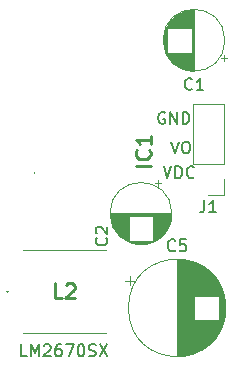
<source format=gbr>
%TF.GenerationSoftware,KiCad,Pcbnew,8.0.1-rc1*%
%TF.CreationDate,2024-10-01T19:15:30-07:00*%
%TF.ProjectId,LM2670SX-Carrier-SMD-inductor,4c4d3236-3730-4535-982d-436172726965,rev?*%
%TF.SameCoordinates,Original*%
%TF.FileFunction,Legend,Top*%
%TF.FilePolarity,Positive*%
%FSLAX46Y46*%
G04 Gerber Fmt 4.6, Leading zero omitted, Abs format (unit mm)*
G04 Created by KiCad (PCBNEW 8.0.1-rc1) date 2024-10-01 19:15:30*
%MOMM*%
%LPD*%
G01*
G04 APERTURE LIST*
%ADD10C,0.150000*%
%ADD11C,0.254000*%
%ADD12C,0.100000*%
%ADD13C,0.200000*%
%ADD14C,0.120000*%
%ADD15R,2.850000X3.300000*%
%ADD16R,1.700000X1.700000*%
%ADD17O,1.700000X1.700000*%
%ADD18R,1.600000X1.600000*%
%ADD19C,1.600000*%
%ADD20R,0.910000X2.160000*%
%ADD21R,10.800000X10.410000*%
G04 APERTURE END LIST*
D10*
X184963551Y-100375266D02*
X185296884Y-101375266D01*
X185296884Y-101375266D02*
X185630217Y-100375266D01*
X185963551Y-101375266D02*
X185963551Y-100375266D01*
X185963551Y-100375266D02*
X186201646Y-100375266D01*
X186201646Y-100375266D02*
X186344503Y-100422885D01*
X186344503Y-100422885D02*
X186439741Y-100518123D01*
X186439741Y-100518123D02*
X186487360Y-100613361D01*
X186487360Y-100613361D02*
X186534979Y-100803837D01*
X186534979Y-100803837D02*
X186534979Y-100946694D01*
X186534979Y-100946694D02*
X186487360Y-101137170D01*
X186487360Y-101137170D02*
X186439741Y-101232408D01*
X186439741Y-101232408D02*
X186344503Y-101327647D01*
X186344503Y-101327647D02*
X186201646Y-101375266D01*
X186201646Y-101375266D02*
X185963551Y-101375266D01*
X187534979Y-101280027D02*
X187487360Y-101327647D01*
X187487360Y-101327647D02*
X187344503Y-101375266D01*
X187344503Y-101375266D02*
X187249265Y-101375266D01*
X187249265Y-101375266D02*
X187106408Y-101327647D01*
X187106408Y-101327647D02*
X187011170Y-101232408D01*
X187011170Y-101232408D02*
X186963551Y-101137170D01*
X186963551Y-101137170D02*
X186915932Y-100946694D01*
X186915932Y-100946694D02*
X186915932Y-100803837D01*
X186915932Y-100803837D02*
X186963551Y-100613361D01*
X186963551Y-100613361D02*
X187011170Y-100518123D01*
X187011170Y-100518123D02*
X187106408Y-100422885D01*
X187106408Y-100422885D02*
X187249265Y-100375266D01*
X187249265Y-100375266D02*
X187344503Y-100375266D01*
X187344503Y-100375266D02*
X187487360Y-100422885D01*
X187487360Y-100422885D02*
X187534979Y-100470504D01*
X185063881Y-95834262D02*
X184968643Y-95786643D01*
X184968643Y-95786643D02*
X184825786Y-95786643D01*
X184825786Y-95786643D02*
X184682929Y-95834262D01*
X184682929Y-95834262D02*
X184587691Y-95929500D01*
X184587691Y-95929500D02*
X184540072Y-96024738D01*
X184540072Y-96024738D02*
X184492453Y-96215214D01*
X184492453Y-96215214D02*
X184492453Y-96358071D01*
X184492453Y-96358071D02*
X184540072Y-96548547D01*
X184540072Y-96548547D02*
X184587691Y-96643785D01*
X184587691Y-96643785D02*
X184682929Y-96739024D01*
X184682929Y-96739024D02*
X184825786Y-96786643D01*
X184825786Y-96786643D02*
X184921024Y-96786643D01*
X184921024Y-96786643D02*
X185063881Y-96739024D01*
X185063881Y-96739024D02*
X185111500Y-96691404D01*
X185111500Y-96691404D02*
X185111500Y-96358071D01*
X185111500Y-96358071D02*
X184921024Y-96358071D01*
X185540072Y-96786643D02*
X185540072Y-95786643D01*
X185540072Y-95786643D02*
X186111500Y-96786643D01*
X186111500Y-96786643D02*
X186111500Y-95786643D01*
X186587691Y-96786643D02*
X186587691Y-95786643D01*
X186587691Y-95786643D02*
X186825786Y-95786643D01*
X186825786Y-95786643D02*
X186968643Y-95834262D01*
X186968643Y-95834262D02*
X187063881Y-95929500D01*
X187063881Y-95929500D02*
X187111500Y-96024738D01*
X187111500Y-96024738D02*
X187159119Y-96215214D01*
X187159119Y-96215214D02*
X187159119Y-96358071D01*
X187159119Y-96358071D02*
X187111500Y-96548547D01*
X187111500Y-96548547D02*
X187063881Y-96643785D01*
X187063881Y-96643785D02*
X186968643Y-96739024D01*
X186968643Y-96739024D02*
X186825786Y-96786643D01*
X186825786Y-96786643D02*
X186587691Y-96786643D01*
X185571293Y-98278597D02*
X185904626Y-99278597D01*
X185904626Y-99278597D02*
X186237959Y-98278597D01*
X186761769Y-98278597D02*
X186952245Y-98278597D01*
X186952245Y-98278597D02*
X187047483Y-98326216D01*
X187047483Y-98326216D02*
X187142721Y-98421454D01*
X187142721Y-98421454D02*
X187190340Y-98611930D01*
X187190340Y-98611930D02*
X187190340Y-98945263D01*
X187190340Y-98945263D02*
X187142721Y-99135739D01*
X187142721Y-99135739D02*
X187047483Y-99230978D01*
X187047483Y-99230978D02*
X186952245Y-99278597D01*
X186952245Y-99278597D02*
X186761769Y-99278597D01*
X186761769Y-99278597D02*
X186666531Y-99230978D01*
X186666531Y-99230978D02*
X186571293Y-99135739D01*
X186571293Y-99135739D02*
X186523674Y-98945263D01*
X186523674Y-98945263D02*
X186523674Y-98611930D01*
X186523674Y-98611930D02*
X186571293Y-98421454D01*
X186571293Y-98421454D02*
X186666531Y-98326216D01*
X186666531Y-98326216D02*
X186761769Y-98278597D01*
X173402095Y-116460706D02*
X172925905Y-116460706D01*
X172925905Y-116460706D02*
X172925905Y-115460706D01*
X173735429Y-116460706D02*
X173735429Y-115460706D01*
X173735429Y-115460706D02*
X174068762Y-116174991D01*
X174068762Y-116174991D02*
X174402095Y-115460706D01*
X174402095Y-115460706D02*
X174402095Y-116460706D01*
X174830667Y-115555944D02*
X174878286Y-115508325D01*
X174878286Y-115508325D02*
X174973524Y-115460706D01*
X174973524Y-115460706D02*
X175211619Y-115460706D01*
X175211619Y-115460706D02*
X175306857Y-115508325D01*
X175306857Y-115508325D02*
X175354476Y-115555944D01*
X175354476Y-115555944D02*
X175402095Y-115651182D01*
X175402095Y-115651182D02*
X175402095Y-115746420D01*
X175402095Y-115746420D02*
X175354476Y-115889277D01*
X175354476Y-115889277D02*
X174783048Y-116460706D01*
X174783048Y-116460706D02*
X175402095Y-116460706D01*
X176259238Y-115460706D02*
X176068762Y-115460706D01*
X176068762Y-115460706D02*
X175973524Y-115508325D01*
X175973524Y-115508325D02*
X175925905Y-115555944D01*
X175925905Y-115555944D02*
X175830667Y-115698801D01*
X175830667Y-115698801D02*
X175783048Y-115889277D01*
X175783048Y-115889277D02*
X175783048Y-116270229D01*
X175783048Y-116270229D02*
X175830667Y-116365467D01*
X175830667Y-116365467D02*
X175878286Y-116413087D01*
X175878286Y-116413087D02*
X175973524Y-116460706D01*
X175973524Y-116460706D02*
X176164000Y-116460706D01*
X176164000Y-116460706D02*
X176259238Y-116413087D01*
X176259238Y-116413087D02*
X176306857Y-116365467D01*
X176306857Y-116365467D02*
X176354476Y-116270229D01*
X176354476Y-116270229D02*
X176354476Y-116032134D01*
X176354476Y-116032134D02*
X176306857Y-115936896D01*
X176306857Y-115936896D02*
X176259238Y-115889277D01*
X176259238Y-115889277D02*
X176164000Y-115841658D01*
X176164000Y-115841658D02*
X175973524Y-115841658D01*
X175973524Y-115841658D02*
X175878286Y-115889277D01*
X175878286Y-115889277D02*
X175830667Y-115936896D01*
X175830667Y-115936896D02*
X175783048Y-116032134D01*
X176687810Y-115460706D02*
X177354476Y-115460706D01*
X177354476Y-115460706D02*
X176925905Y-116460706D01*
X177925905Y-115460706D02*
X178021143Y-115460706D01*
X178021143Y-115460706D02*
X178116381Y-115508325D01*
X178116381Y-115508325D02*
X178164000Y-115555944D01*
X178164000Y-115555944D02*
X178211619Y-115651182D01*
X178211619Y-115651182D02*
X178259238Y-115841658D01*
X178259238Y-115841658D02*
X178259238Y-116079753D01*
X178259238Y-116079753D02*
X178211619Y-116270229D01*
X178211619Y-116270229D02*
X178164000Y-116365467D01*
X178164000Y-116365467D02*
X178116381Y-116413087D01*
X178116381Y-116413087D02*
X178021143Y-116460706D01*
X178021143Y-116460706D02*
X177925905Y-116460706D01*
X177925905Y-116460706D02*
X177830667Y-116413087D01*
X177830667Y-116413087D02*
X177783048Y-116365467D01*
X177783048Y-116365467D02*
X177735429Y-116270229D01*
X177735429Y-116270229D02*
X177687810Y-116079753D01*
X177687810Y-116079753D02*
X177687810Y-115841658D01*
X177687810Y-115841658D02*
X177735429Y-115651182D01*
X177735429Y-115651182D02*
X177783048Y-115555944D01*
X177783048Y-115555944D02*
X177830667Y-115508325D01*
X177830667Y-115508325D02*
X177925905Y-115460706D01*
X178640191Y-116413087D02*
X178783048Y-116460706D01*
X178783048Y-116460706D02*
X179021143Y-116460706D01*
X179021143Y-116460706D02*
X179116381Y-116413087D01*
X179116381Y-116413087D02*
X179164000Y-116365467D01*
X179164000Y-116365467D02*
X179211619Y-116270229D01*
X179211619Y-116270229D02*
X179211619Y-116174991D01*
X179211619Y-116174991D02*
X179164000Y-116079753D01*
X179164000Y-116079753D02*
X179116381Y-116032134D01*
X179116381Y-116032134D02*
X179021143Y-115984515D01*
X179021143Y-115984515D02*
X178830667Y-115936896D01*
X178830667Y-115936896D02*
X178735429Y-115889277D01*
X178735429Y-115889277D02*
X178687810Y-115841658D01*
X178687810Y-115841658D02*
X178640191Y-115746420D01*
X178640191Y-115746420D02*
X178640191Y-115651182D01*
X178640191Y-115651182D02*
X178687810Y-115555944D01*
X178687810Y-115555944D02*
X178735429Y-115508325D01*
X178735429Y-115508325D02*
X178830667Y-115460706D01*
X178830667Y-115460706D02*
X179068762Y-115460706D01*
X179068762Y-115460706D02*
X179211619Y-115508325D01*
X179544953Y-115460706D02*
X180211619Y-116460706D01*
X180211619Y-115460706D02*
X179544953Y-116460706D01*
D11*
X176350155Y-111558085D02*
X175745393Y-111558085D01*
X175745393Y-111558085D02*
X175745393Y-110288085D01*
X176713012Y-110409037D02*
X176773488Y-110348561D01*
X176773488Y-110348561D02*
X176894441Y-110288085D01*
X176894441Y-110288085D02*
X177196822Y-110288085D01*
X177196822Y-110288085D02*
X177317774Y-110348561D01*
X177317774Y-110348561D02*
X177378250Y-110409037D01*
X177378250Y-110409037D02*
X177438727Y-110529989D01*
X177438727Y-110529989D02*
X177438727Y-110650942D01*
X177438727Y-110650942D02*
X177378250Y-110832370D01*
X177378250Y-110832370D02*
X176652536Y-111558085D01*
X176652536Y-111558085D02*
X177438727Y-111558085D01*
D10*
X188414366Y-103255019D02*
X188414366Y-103969304D01*
X188414366Y-103969304D02*
X188366747Y-104112161D01*
X188366747Y-104112161D02*
X188271509Y-104207400D01*
X188271509Y-104207400D02*
X188128652Y-104255019D01*
X188128652Y-104255019D02*
X188033414Y-104255019D01*
X189414366Y-104255019D02*
X188842938Y-104255019D01*
X189128652Y-104255019D02*
X189128652Y-103255019D01*
X189128652Y-103255019D02*
X189033414Y-103397876D01*
X189033414Y-103397876D02*
X188938176Y-103493114D01*
X188938176Y-103493114D02*
X188842938Y-103540733D01*
X180112468Y-106433994D02*
X180160088Y-106481613D01*
X180160088Y-106481613D02*
X180207707Y-106624470D01*
X180207707Y-106624470D02*
X180207707Y-106719708D01*
X180207707Y-106719708D02*
X180160088Y-106862565D01*
X180160088Y-106862565D02*
X180064849Y-106957803D01*
X180064849Y-106957803D02*
X179969611Y-107005422D01*
X179969611Y-107005422D02*
X179779135Y-107053041D01*
X179779135Y-107053041D02*
X179636278Y-107053041D01*
X179636278Y-107053041D02*
X179445802Y-107005422D01*
X179445802Y-107005422D02*
X179350564Y-106957803D01*
X179350564Y-106957803D02*
X179255326Y-106862565D01*
X179255326Y-106862565D02*
X179207707Y-106719708D01*
X179207707Y-106719708D02*
X179207707Y-106624470D01*
X179207707Y-106624470D02*
X179255326Y-106481613D01*
X179255326Y-106481613D02*
X179302945Y-106433994D01*
X179302945Y-106053041D02*
X179255326Y-106005422D01*
X179255326Y-106005422D02*
X179207707Y-105910184D01*
X179207707Y-105910184D02*
X179207707Y-105672089D01*
X179207707Y-105672089D02*
X179255326Y-105576851D01*
X179255326Y-105576851D02*
X179302945Y-105529232D01*
X179302945Y-105529232D02*
X179398183Y-105481613D01*
X179398183Y-105481613D02*
X179493421Y-105481613D01*
X179493421Y-105481613D02*
X179636278Y-105529232D01*
X179636278Y-105529232D02*
X180207707Y-106100660D01*
X180207707Y-106100660D02*
X180207707Y-105481613D01*
X187372278Y-93815264D02*
X187324659Y-93862884D01*
X187324659Y-93862884D02*
X187181802Y-93910503D01*
X187181802Y-93910503D02*
X187086564Y-93910503D01*
X187086564Y-93910503D02*
X186943707Y-93862884D01*
X186943707Y-93862884D02*
X186848469Y-93767645D01*
X186848469Y-93767645D02*
X186800850Y-93672407D01*
X186800850Y-93672407D02*
X186753231Y-93481931D01*
X186753231Y-93481931D02*
X186753231Y-93339074D01*
X186753231Y-93339074D02*
X186800850Y-93148598D01*
X186800850Y-93148598D02*
X186848469Y-93053360D01*
X186848469Y-93053360D02*
X186943707Y-92958122D01*
X186943707Y-92958122D02*
X187086564Y-92910503D01*
X187086564Y-92910503D02*
X187181802Y-92910503D01*
X187181802Y-92910503D02*
X187324659Y-92958122D01*
X187324659Y-92958122D02*
X187372278Y-93005741D01*
X188324659Y-93910503D02*
X187753231Y-93910503D01*
X188038945Y-93910503D02*
X188038945Y-92910503D01*
X188038945Y-92910503D02*
X187943707Y-93053360D01*
X187943707Y-93053360D02*
X187848469Y-93148598D01*
X187848469Y-93148598D02*
X187753231Y-93196217D01*
X185940759Y-107473620D02*
X185893140Y-107521240D01*
X185893140Y-107521240D02*
X185750283Y-107568859D01*
X185750283Y-107568859D02*
X185655045Y-107568859D01*
X185655045Y-107568859D02*
X185512188Y-107521240D01*
X185512188Y-107521240D02*
X185416950Y-107426001D01*
X185416950Y-107426001D02*
X185369331Y-107330763D01*
X185369331Y-107330763D02*
X185321712Y-107140287D01*
X185321712Y-107140287D02*
X185321712Y-106997430D01*
X185321712Y-106997430D02*
X185369331Y-106806954D01*
X185369331Y-106806954D02*
X185416950Y-106711716D01*
X185416950Y-106711716D02*
X185512188Y-106616478D01*
X185512188Y-106616478D02*
X185655045Y-106568859D01*
X185655045Y-106568859D02*
X185750283Y-106568859D01*
X185750283Y-106568859D02*
X185893140Y-106616478D01*
X185893140Y-106616478D02*
X185940759Y-106664097D01*
X186845521Y-106568859D02*
X186369331Y-106568859D01*
X186369331Y-106568859D02*
X186321712Y-107045049D01*
X186321712Y-107045049D02*
X186369331Y-106997430D01*
X186369331Y-106997430D02*
X186464569Y-106949811D01*
X186464569Y-106949811D02*
X186702664Y-106949811D01*
X186702664Y-106949811D02*
X186797902Y-106997430D01*
X186797902Y-106997430D02*
X186845521Y-107045049D01*
X186845521Y-107045049D02*
X186893140Y-107140287D01*
X186893140Y-107140287D02*
X186893140Y-107378382D01*
X186893140Y-107378382D02*
X186845521Y-107473620D01*
X186845521Y-107473620D02*
X186797902Y-107521240D01*
X186797902Y-107521240D02*
X186702664Y-107568859D01*
X186702664Y-107568859D02*
X186464569Y-107568859D01*
X186464569Y-107568859D02*
X186369331Y-107521240D01*
X186369331Y-107521240D02*
X186321712Y-107473620D01*
D11*
X183869121Y-100328745D02*
X182599121Y-100328745D01*
X183748168Y-98998268D02*
X183808645Y-99058744D01*
X183808645Y-99058744D02*
X183869121Y-99240173D01*
X183869121Y-99240173D02*
X183869121Y-99361125D01*
X183869121Y-99361125D02*
X183808645Y-99542554D01*
X183808645Y-99542554D02*
X183687692Y-99663506D01*
X183687692Y-99663506D02*
X183566740Y-99723983D01*
X183566740Y-99723983D02*
X183324835Y-99784459D01*
X183324835Y-99784459D02*
X183143406Y-99784459D01*
X183143406Y-99784459D02*
X182901502Y-99723983D01*
X182901502Y-99723983D02*
X182780549Y-99663506D01*
X182780549Y-99663506D02*
X182659597Y-99542554D01*
X182659597Y-99542554D02*
X182599121Y-99361125D01*
X182599121Y-99361125D02*
X182599121Y-99240173D01*
X182599121Y-99240173D02*
X182659597Y-99058744D01*
X182659597Y-99058744D02*
X182720073Y-98998268D01*
X183869121Y-97788744D02*
X183869121Y-98514459D01*
X183869121Y-98151602D02*
X182599121Y-98151602D01*
X182599121Y-98151602D02*
X182780549Y-98272554D01*
X182780549Y-98272554D02*
X182901502Y-98393506D01*
X182901502Y-98393506D02*
X182961978Y-98514459D01*
D12*
%TO.C,L2*%
X173061822Y-107483767D02*
X180061822Y-107483767D01*
X180061822Y-114483767D02*
X173061822Y-114483767D01*
D13*
X171786822Y-110983767D02*
G75*
G02*
X171686822Y-110983767I-50000J0D01*
G01*
X171686822Y-110983767D02*
G75*
G02*
X171786822Y-110983767I50000J0D01*
G01*
D14*
%TO.C,J1*%
X187417700Y-100200200D02*
X187417700Y-95060200D01*
X190077700Y-95060200D02*
X187417700Y-95060200D01*
X190077700Y-100200200D02*
X187417700Y-100200200D01*
X190077700Y-100200200D02*
X190077700Y-95060200D01*
X190077700Y-101470200D02*
X190077700Y-102800200D01*
X190077700Y-102800200D02*
X188747700Y-102800200D01*
%TO.C,C2*%
X182009019Y-104603785D02*
X180480019Y-104603785D01*
X182009019Y-104643785D02*
X180484019Y-104643785D01*
X182009019Y-104683785D02*
X180488019Y-104683785D01*
X182009019Y-104723785D02*
X180493019Y-104723785D01*
X182009019Y-104763785D02*
X180499019Y-104763785D01*
X182009019Y-104803785D02*
X180506019Y-104803785D01*
X182009019Y-104843785D02*
X180513019Y-104843785D01*
X182009019Y-104883785D02*
X180521019Y-104883785D01*
X182009019Y-104923785D02*
X180529019Y-104923785D01*
X182009019Y-104963785D02*
X180538019Y-104963785D01*
X182009019Y-105003785D02*
X180548019Y-105003785D01*
X182009019Y-105043785D02*
X180558019Y-105043785D01*
X182009019Y-105084785D02*
X180569019Y-105084785D01*
X182009019Y-105124785D02*
X180581019Y-105124785D01*
X182009019Y-105164785D02*
X180594019Y-105164785D01*
X182009019Y-105204785D02*
X180607019Y-105204785D01*
X182009019Y-105244785D02*
X180621019Y-105244785D01*
X182009019Y-105284785D02*
X180635019Y-105284785D01*
X182009019Y-105324785D02*
X180651019Y-105324785D01*
X182009019Y-105364785D02*
X180667019Y-105364785D01*
X182009019Y-105404785D02*
X180684019Y-105404785D01*
X182009019Y-105444785D02*
X180701019Y-105444785D01*
X182009019Y-105484785D02*
X180720019Y-105484785D01*
X182009019Y-105524785D02*
X180739019Y-105524785D01*
X182009019Y-105564785D02*
X180759019Y-105564785D01*
X182009019Y-105604785D02*
X180781019Y-105604785D01*
X182009019Y-105644785D02*
X180802019Y-105644785D01*
X182009019Y-105684785D02*
X180825019Y-105684785D01*
X182009019Y-105724785D02*
X180849019Y-105724785D01*
X182009019Y-105764785D02*
X180874019Y-105764785D01*
X182009019Y-105804785D02*
X180900019Y-105804785D01*
X182009019Y-105844785D02*
X180927019Y-105844785D01*
X182009019Y-105884785D02*
X180954019Y-105884785D01*
X182009019Y-105924785D02*
X180984019Y-105924785D01*
X182009019Y-105964785D02*
X181014019Y-105964785D01*
X182009019Y-106004785D02*
X181045019Y-106004785D01*
X182009019Y-106044785D02*
X181078019Y-106044785D01*
X182009019Y-106084785D02*
X181112019Y-106084785D01*
X182009019Y-106124785D02*
X181148019Y-106124785D01*
X182009019Y-106164785D02*
X181185019Y-106164785D01*
X182009019Y-106204785D02*
X181223019Y-106204785D01*
X182009019Y-106244785D02*
X181264019Y-106244785D01*
X182009019Y-106284785D02*
X181306019Y-106284785D01*
X182009019Y-106324785D02*
X181350019Y-106324785D01*
X182009019Y-106364785D02*
X181396019Y-106364785D01*
X182009019Y-106404785D02*
X181444019Y-106404785D01*
X182009019Y-106444785D02*
X181495019Y-106444785D01*
X182009019Y-106484785D02*
X181549019Y-106484785D01*
X182009019Y-106524785D02*
X181606019Y-106524785D01*
X182009019Y-106564785D02*
X181666019Y-106564785D01*
X182009019Y-106604785D02*
X181730019Y-106604785D01*
X182009019Y-106644785D02*
X181798019Y-106644785D01*
X183333019Y-106964785D02*
X182765019Y-106964785D01*
X183567019Y-106924785D02*
X182531019Y-106924785D01*
X183726019Y-106884785D02*
X182372019Y-106884785D01*
X183854019Y-106844785D02*
X182244019Y-106844785D01*
X183964019Y-106804785D02*
X182134019Y-106804785D01*
X184060019Y-106764785D02*
X182038019Y-106764785D01*
X184147019Y-106724785D02*
X181951019Y-106724785D01*
X184227019Y-106684785D02*
X181871019Y-106684785D01*
X184300019Y-106644785D02*
X184089019Y-106644785D01*
X184368019Y-106604785D02*
X184089019Y-106604785D01*
X184432019Y-106564785D02*
X184089019Y-106564785D01*
X184492019Y-106524785D02*
X184089019Y-106524785D01*
X184524019Y-101559010D02*
X184524019Y-102059010D01*
X184549019Y-106484785D02*
X184089019Y-106484785D01*
X184603019Y-106444785D02*
X184089019Y-106444785D01*
X184654019Y-106404785D02*
X184089019Y-106404785D01*
X184702019Y-106364785D02*
X184089019Y-106364785D01*
X184748019Y-106324785D02*
X184089019Y-106324785D01*
X184774019Y-101809010D02*
X184274019Y-101809010D01*
X184792019Y-106284785D02*
X184089019Y-106284785D01*
X184834019Y-106244785D02*
X184089019Y-106244785D01*
X184875019Y-106204785D02*
X184089019Y-106204785D01*
X184913019Y-106164785D02*
X184089019Y-106164785D01*
X184950019Y-106124785D02*
X184089019Y-106124785D01*
X184986019Y-106084785D02*
X184089019Y-106084785D01*
X185020019Y-106044785D02*
X184089019Y-106044785D01*
X185053019Y-106004785D02*
X184089019Y-106004785D01*
X185084019Y-105964785D02*
X184089019Y-105964785D01*
X185114019Y-105924785D02*
X184089019Y-105924785D01*
X185144019Y-105884785D02*
X184089019Y-105884785D01*
X185171019Y-105844785D02*
X184089019Y-105844785D01*
X185198019Y-105804785D02*
X184089019Y-105804785D01*
X185224019Y-105764785D02*
X184089019Y-105764785D01*
X185249019Y-105724785D02*
X184089019Y-105724785D01*
X185273019Y-105684785D02*
X184089019Y-105684785D01*
X185296019Y-105644785D02*
X184089019Y-105644785D01*
X185317019Y-105604785D02*
X184089019Y-105604785D01*
X185339019Y-105564785D02*
X184089019Y-105564785D01*
X185359019Y-105524785D02*
X184089019Y-105524785D01*
X185378019Y-105484785D02*
X184089019Y-105484785D01*
X185397019Y-105444785D02*
X184089019Y-105444785D01*
X185414019Y-105404785D02*
X184089019Y-105404785D01*
X185431019Y-105364785D02*
X184089019Y-105364785D01*
X185447019Y-105324785D02*
X184089019Y-105324785D01*
X185463019Y-105284785D02*
X184089019Y-105284785D01*
X185477019Y-105244785D02*
X184089019Y-105244785D01*
X185491019Y-105204785D02*
X184089019Y-105204785D01*
X185504019Y-105164785D02*
X184089019Y-105164785D01*
X185517019Y-105124785D02*
X184089019Y-105124785D01*
X185529019Y-105084785D02*
X184089019Y-105084785D01*
X185540019Y-105043785D02*
X184089019Y-105043785D01*
X185550019Y-105003785D02*
X184089019Y-105003785D01*
X185560019Y-104963785D02*
X184089019Y-104963785D01*
X185569019Y-104923785D02*
X184089019Y-104923785D01*
X185577019Y-104883785D02*
X184089019Y-104883785D01*
X185585019Y-104843785D02*
X184089019Y-104843785D01*
X185592019Y-104803785D02*
X184089019Y-104803785D01*
X185599019Y-104763785D02*
X184089019Y-104763785D01*
X185605019Y-104723785D02*
X184089019Y-104723785D01*
X185610019Y-104683785D02*
X184089019Y-104683785D01*
X185614019Y-104643785D02*
X184089019Y-104643785D01*
X185618019Y-104603785D02*
X184089019Y-104603785D01*
X185622019Y-104563785D02*
X180476019Y-104563785D01*
X185625019Y-104523785D02*
X180473019Y-104523785D01*
X185627019Y-104483785D02*
X180471019Y-104483785D01*
X185628019Y-104443785D02*
X180470019Y-104443785D01*
X185629019Y-104363785D02*
X180469019Y-104363785D01*
X185629019Y-104403785D02*
X180469019Y-104403785D01*
X185669019Y-104363785D02*
G75*
G02*
X180429019Y-104363785I-2620000J0D01*
G01*
X180429019Y-104363785D02*
G75*
G02*
X185669019Y-104363785I2620000J0D01*
G01*
%TO.C,C1*%
X184937945Y-89989684D02*
X184937945Y-89421684D01*
X184977945Y-90223684D02*
X184977945Y-89187684D01*
X185017945Y-90382684D02*
X185017945Y-89028684D01*
X185057945Y-90510684D02*
X185057945Y-88900684D01*
X185097945Y-90620684D02*
X185097945Y-88790684D01*
X185137945Y-90716684D02*
X185137945Y-88694684D01*
X185177945Y-90803684D02*
X185177945Y-88607684D01*
X185217945Y-90883684D02*
X185217945Y-88527684D01*
X185257945Y-88665684D02*
X185257945Y-88454684D01*
X185257945Y-90956684D02*
X185257945Y-90745684D01*
X185297945Y-88665684D02*
X185297945Y-88386684D01*
X185297945Y-91024684D02*
X185297945Y-90745684D01*
X185337945Y-88665684D02*
X185337945Y-88322684D01*
X185337945Y-91088684D02*
X185337945Y-90745684D01*
X185377945Y-88665684D02*
X185377945Y-88262684D01*
X185377945Y-91148684D02*
X185377945Y-90745684D01*
X185417945Y-88665684D02*
X185417945Y-88205684D01*
X185417945Y-91205684D02*
X185417945Y-90745684D01*
X185457945Y-88665684D02*
X185457945Y-88151684D01*
X185457945Y-91259684D02*
X185457945Y-90745684D01*
X185497945Y-88665684D02*
X185497945Y-88100684D01*
X185497945Y-91310684D02*
X185497945Y-90745684D01*
X185537945Y-88665684D02*
X185537945Y-88052684D01*
X185537945Y-91358684D02*
X185537945Y-90745684D01*
X185577945Y-88665684D02*
X185577945Y-88006684D01*
X185577945Y-91404684D02*
X185577945Y-90745684D01*
X185617945Y-88665684D02*
X185617945Y-87962684D01*
X185617945Y-91448684D02*
X185617945Y-90745684D01*
X185657945Y-88665684D02*
X185657945Y-87920684D01*
X185657945Y-91490684D02*
X185657945Y-90745684D01*
X185697945Y-88665684D02*
X185697945Y-87879684D01*
X185697945Y-91531684D02*
X185697945Y-90745684D01*
X185737945Y-88665684D02*
X185737945Y-87841684D01*
X185737945Y-91569684D02*
X185737945Y-90745684D01*
X185777945Y-88665684D02*
X185777945Y-87804684D01*
X185777945Y-91606684D02*
X185777945Y-90745684D01*
X185817945Y-88665684D02*
X185817945Y-87768684D01*
X185817945Y-91642684D02*
X185817945Y-90745684D01*
X185857945Y-88665684D02*
X185857945Y-87734684D01*
X185857945Y-91676684D02*
X185857945Y-90745684D01*
X185897945Y-88665684D02*
X185897945Y-87701684D01*
X185897945Y-91709684D02*
X185897945Y-90745684D01*
X185937945Y-88665684D02*
X185937945Y-87670684D01*
X185937945Y-91740684D02*
X185937945Y-90745684D01*
X185977945Y-88665684D02*
X185977945Y-87640684D01*
X185977945Y-91770684D02*
X185977945Y-90745684D01*
X186017945Y-88665684D02*
X186017945Y-87610684D01*
X186017945Y-91800684D02*
X186017945Y-90745684D01*
X186057945Y-88665684D02*
X186057945Y-87583684D01*
X186057945Y-91827684D02*
X186057945Y-90745684D01*
X186097945Y-88665684D02*
X186097945Y-87556684D01*
X186097945Y-91854684D02*
X186097945Y-90745684D01*
X186137945Y-88665684D02*
X186137945Y-87530684D01*
X186137945Y-91880684D02*
X186137945Y-90745684D01*
X186177945Y-88665684D02*
X186177945Y-87505684D01*
X186177945Y-91905684D02*
X186177945Y-90745684D01*
X186217945Y-88665684D02*
X186217945Y-87481684D01*
X186217945Y-91929684D02*
X186217945Y-90745684D01*
X186257945Y-88665684D02*
X186257945Y-87458684D01*
X186257945Y-91952684D02*
X186257945Y-90745684D01*
X186297945Y-88665684D02*
X186297945Y-87437684D01*
X186297945Y-91973684D02*
X186297945Y-90745684D01*
X186337945Y-88665684D02*
X186337945Y-87415684D01*
X186337945Y-91995684D02*
X186337945Y-90745684D01*
X186377945Y-88665684D02*
X186377945Y-87395684D01*
X186377945Y-92015684D02*
X186377945Y-90745684D01*
X186417945Y-88665684D02*
X186417945Y-87376684D01*
X186417945Y-92034684D02*
X186417945Y-90745684D01*
X186457945Y-88665684D02*
X186457945Y-87357684D01*
X186457945Y-92053684D02*
X186457945Y-90745684D01*
X186497945Y-88665684D02*
X186497945Y-87340684D01*
X186497945Y-92070684D02*
X186497945Y-90745684D01*
X186537945Y-88665684D02*
X186537945Y-87323684D01*
X186537945Y-92087684D02*
X186537945Y-90745684D01*
X186577945Y-88665684D02*
X186577945Y-87307684D01*
X186577945Y-92103684D02*
X186577945Y-90745684D01*
X186617945Y-88665684D02*
X186617945Y-87291684D01*
X186617945Y-92119684D02*
X186617945Y-90745684D01*
X186657945Y-88665684D02*
X186657945Y-87277684D01*
X186657945Y-92133684D02*
X186657945Y-90745684D01*
X186697945Y-88665684D02*
X186697945Y-87263684D01*
X186697945Y-92147684D02*
X186697945Y-90745684D01*
X186737945Y-88665684D02*
X186737945Y-87250684D01*
X186737945Y-92160684D02*
X186737945Y-90745684D01*
X186777945Y-88665684D02*
X186777945Y-87237684D01*
X186777945Y-92173684D02*
X186777945Y-90745684D01*
X186817945Y-88665684D02*
X186817945Y-87225684D01*
X186817945Y-92185684D02*
X186817945Y-90745684D01*
X186858945Y-88665684D02*
X186858945Y-87214684D01*
X186858945Y-92196684D02*
X186858945Y-90745684D01*
X186898945Y-88665684D02*
X186898945Y-87204684D01*
X186898945Y-92206684D02*
X186898945Y-90745684D01*
X186938945Y-88665684D02*
X186938945Y-87194684D01*
X186938945Y-92216684D02*
X186938945Y-90745684D01*
X186978945Y-88665684D02*
X186978945Y-87185684D01*
X186978945Y-92225684D02*
X186978945Y-90745684D01*
X187018945Y-88665684D02*
X187018945Y-87177684D01*
X187018945Y-92233684D02*
X187018945Y-90745684D01*
X187058945Y-88665684D02*
X187058945Y-87169684D01*
X187058945Y-92241684D02*
X187058945Y-90745684D01*
X187098945Y-88665684D02*
X187098945Y-87162684D01*
X187098945Y-92248684D02*
X187098945Y-90745684D01*
X187138945Y-88665684D02*
X187138945Y-87155684D01*
X187138945Y-92255684D02*
X187138945Y-90745684D01*
X187178945Y-88665684D02*
X187178945Y-87149684D01*
X187178945Y-92261684D02*
X187178945Y-90745684D01*
X187218945Y-88665684D02*
X187218945Y-87144684D01*
X187218945Y-92266684D02*
X187218945Y-90745684D01*
X187258945Y-88665684D02*
X187258945Y-87140684D01*
X187258945Y-92270684D02*
X187258945Y-90745684D01*
X187298945Y-88665684D02*
X187298945Y-87136684D01*
X187298945Y-92274684D02*
X187298945Y-90745684D01*
X187338945Y-92278684D02*
X187338945Y-87132684D01*
X187378945Y-92281684D02*
X187378945Y-87129684D01*
X187418945Y-92283684D02*
X187418945Y-87127684D01*
X187458945Y-92284684D02*
X187458945Y-87126684D01*
X187498945Y-92285684D02*
X187498945Y-87125684D01*
X187538945Y-92285684D02*
X187538945Y-87125684D01*
X190093720Y-91430684D02*
X190093720Y-90930684D01*
X190343720Y-91180684D02*
X189843720Y-91180684D01*
X190158945Y-89705684D02*
G75*
G02*
X184918945Y-89705684I-2620000J0D01*
G01*
X184918945Y-89705684D02*
G75*
G02*
X190158945Y-89705684I2620000J0D01*
G01*
%TO.C,C5*%
X181697728Y-110049040D02*
X182497728Y-110049040D01*
X182097728Y-109649040D02*
X182097728Y-110449040D01*
X186107426Y-108284040D02*
X186107426Y-116444040D01*
X186147426Y-108284040D02*
X186147426Y-116444040D01*
X186187426Y-108284040D02*
X186187426Y-116444040D01*
X186227426Y-108285040D02*
X186227426Y-116443040D01*
X186267426Y-108287040D02*
X186267426Y-116441040D01*
X186307426Y-108288040D02*
X186307426Y-116440040D01*
X186347426Y-108290040D02*
X186347426Y-116438040D01*
X186387426Y-108293040D02*
X186387426Y-116435040D01*
X186427426Y-108296040D02*
X186427426Y-116432040D01*
X186467426Y-108299040D02*
X186467426Y-116429040D01*
X186507426Y-108303040D02*
X186507426Y-116425040D01*
X186547426Y-108307040D02*
X186547426Y-116421040D01*
X186587426Y-108312040D02*
X186587426Y-116416040D01*
X186627426Y-108316040D02*
X186627426Y-116412040D01*
X186667426Y-108322040D02*
X186667426Y-116406040D01*
X186707426Y-108327040D02*
X186707426Y-116401040D01*
X186747426Y-108334040D02*
X186747426Y-116394040D01*
X186787426Y-108340040D02*
X186787426Y-116388040D01*
X186828426Y-108347040D02*
X186828426Y-116381040D01*
X186868426Y-108354040D02*
X186868426Y-116374040D01*
X186908426Y-108362040D02*
X186908426Y-116366040D01*
X186948426Y-108370040D02*
X186948426Y-116358040D01*
X186988426Y-108379040D02*
X186988426Y-116349040D01*
X187028426Y-108388040D02*
X187028426Y-116340040D01*
X187068426Y-108397040D02*
X187068426Y-116331040D01*
X187108426Y-108407040D02*
X187108426Y-116321040D01*
X187148426Y-108417040D02*
X187148426Y-116311040D01*
X187188426Y-108428040D02*
X187188426Y-116300040D01*
X187228426Y-108439040D02*
X187228426Y-116289040D01*
X187268426Y-108450040D02*
X187268426Y-116278040D01*
X187308426Y-108462040D02*
X187308426Y-116266040D01*
X187348426Y-108475040D02*
X187348426Y-116253040D01*
X187388426Y-108487040D02*
X187388426Y-116241040D01*
X187428426Y-108501040D02*
X187428426Y-116227040D01*
X187468426Y-108514040D02*
X187468426Y-116214040D01*
X187508426Y-108529040D02*
X187508426Y-116199040D01*
X187548426Y-108543040D02*
X187548426Y-116185040D01*
X187588426Y-108559040D02*
X187588426Y-111324040D01*
X187588426Y-113404040D02*
X187588426Y-116169040D01*
X187628426Y-108574040D02*
X187628426Y-111324040D01*
X187628426Y-113404040D02*
X187628426Y-116154040D01*
X187668426Y-108590040D02*
X187668426Y-111324040D01*
X187668426Y-113404040D02*
X187668426Y-116138040D01*
X187708426Y-108607040D02*
X187708426Y-111324040D01*
X187708426Y-113404040D02*
X187708426Y-116121040D01*
X187748426Y-108624040D02*
X187748426Y-111324040D01*
X187748426Y-113404040D02*
X187748426Y-116104040D01*
X187788426Y-108642040D02*
X187788426Y-111324040D01*
X187788426Y-113404040D02*
X187788426Y-116086040D01*
X187828426Y-108660040D02*
X187828426Y-111324040D01*
X187828426Y-113404040D02*
X187828426Y-116068040D01*
X187868426Y-108678040D02*
X187868426Y-111324040D01*
X187868426Y-113404040D02*
X187868426Y-116050040D01*
X187908426Y-108698040D02*
X187908426Y-111324040D01*
X187908426Y-113404040D02*
X187908426Y-116030040D01*
X187948426Y-108717040D02*
X187948426Y-111324040D01*
X187948426Y-113404040D02*
X187948426Y-116011040D01*
X187988426Y-108737040D02*
X187988426Y-111324040D01*
X187988426Y-113404040D02*
X187988426Y-115991040D01*
X188028426Y-108758040D02*
X188028426Y-111324040D01*
X188028426Y-113404040D02*
X188028426Y-115970040D01*
X188068426Y-108780040D02*
X188068426Y-111324040D01*
X188068426Y-113404040D02*
X188068426Y-115948040D01*
X188108426Y-108802040D02*
X188108426Y-111324040D01*
X188108426Y-113404040D02*
X188108426Y-115926040D01*
X188148426Y-108824040D02*
X188148426Y-111324040D01*
X188148426Y-113404040D02*
X188148426Y-115904040D01*
X188188426Y-108847040D02*
X188188426Y-111324040D01*
X188188426Y-113404040D02*
X188188426Y-115881040D01*
X188228426Y-108871040D02*
X188228426Y-111324040D01*
X188228426Y-113404040D02*
X188228426Y-115857040D01*
X188268426Y-108895040D02*
X188268426Y-111324040D01*
X188268426Y-113404040D02*
X188268426Y-115833040D01*
X188308426Y-108920040D02*
X188308426Y-111324040D01*
X188308426Y-113404040D02*
X188308426Y-115808040D01*
X188348426Y-108946040D02*
X188348426Y-111324040D01*
X188348426Y-113404040D02*
X188348426Y-115782040D01*
X188388426Y-108972040D02*
X188388426Y-111324040D01*
X188388426Y-113404040D02*
X188388426Y-115756040D01*
X188428426Y-108999040D02*
X188428426Y-111324040D01*
X188428426Y-113404040D02*
X188428426Y-115729040D01*
X188468426Y-109026040D02*
X188468426Y-111324040D01*
X188468426Y-113404040D02*
X188468426Y-115702040D01*
X188508426Y-109055040D02*
X188508426Y-111324040D01*
X188508426Y-113404040D02*
X188508426Y-115673040D01*
X188548426Y-109084040D02*
X188548426Y-111324040D01*
X188548426Y-113404040D02*
X188548426Y-115644040D01*
X188588426Y-109114040D02*
X188588426Y-111324040D01*
X188588426Y-113404040D02*
X188588426Y-115614040D01*
X188628426Y-109144040D02*
X188628426Y-111324040D01*
X188628426Y-113404040D02*
X188628426Y-115584040D01*
X188668426Y-109175040D02*
X188668426Y-111324040D01*
X188668426Y-113404040D02*
X188668426Y-115553040D01*
X188708426Y-109208040D02*
X188708426Y-111324040D01*
X188708426Y-113404040D02*
X188708426Y-115520040D01*
X188748426Y-109240040D02*
X188748426Y-111324040D01*
X188748426Y-113404040D02*
X188748426Y-115488040D01*
X188788426Y-109274040D02*
X188788426Y-111324040D01*
X188788426Y-113404040D02*
X188788426Y-115454040D01*
X188828426Y-109309040D02*
X188828426Y-111324040D01*
X188828426Y-113404040D02*
X188828426Y-115419040D01*
X188868426Y-109345040D02*
X188868426Y-111324040D01*
X188868426Y-113404040D02*
X188868426Y-115383040D01*
X188908426Y-109381040D02*
X188908426Y-111324040D01*
X188908426Y-113404040D02*
X188908426Y-115347040D01*
X188948426Y-109419040D02*
X188948426Y-111324040D01*
X188948426Y-113404040D02*
X188948426Y-115309040D01*
X188988426Y-109457040D02*
X188988426Y-111324040D01*
X188988426Y-113404040D02*
X188988426Y-115271040D01*
X189028426Y-109497040D02*
X189028426Y-111324040D01*
X189028426Y-113404040D02*
X189028426Y-115231040D01*
X189068426Y-109538040D02*
X189068426Y-111324040D01*
X189068426Y-113404040D02*
X189068426Y-115190040D01*
X189108426Y-109580040D02*
X189108426Y-111324040D01*
X189108426Y-113404040D02*
X189108426Y-115148040D01*
X189148426Y-109623040D02*
X189148426Y-111324040D01*
X189148426Y-113404040D02*
X189148426Y-115105040D01*
X189188426Y-109667040D02*
X189188426Y-111324040D01*
X189188426Y-113404040D02*
X189188426Y-115061040D01*
X189228426Y-109713040D02*
X189228426Y-111324040D01*
X189228426Y-113404040D02*
X189228426Y-115015040D01*
X189268426Y-109760040D02*
X189268426Y-111324040D01*
X189268426Y-113404040D02*
X189268426Y-114968040D01*
X189308426Y-109808040D02*
X189308426Y-111324040D01*
X189308426Y-113404040D02*
X189308426Y-114920040D01*
X189348426Y-109859040D02*
X189348426Y-111324040D01*
X189348426Y-113404040D02*
X189348426Y-114869040D01*
X189388426Y-109910040D02*
X189388426Y-111324040D01*
X189388426Y-113404040D02*
X189388426Y-114818040D01*
X189428426Y-109964040D02*
X189428426Y-111324040D01*
X189428426Y-113404040D02*
X189428426Y-114764040D01*
X189468426Y-110019040D02*
X189468426Y-111324040D01*
X189468426Y-113404040D02*
X189468426Y-114709040D01*
X189508426Y-110077040D02*
X189508426Y-111324040D01*
X189508426Y-113404040D02*
X189508426Y-114651040D01*
X189548426Y-110136040D02*
X189548426Y-111324040D01*
X189548426Y-113404040D02*
X189548426Y-114592040D01*
X189588426Y-110198040D02*
X189588426Y-111324040D01*
X189588426Y-113404040D02*
X189588426Y-114530040D01*
X189628426Y-110262040D02*
X189628426Y-111324040D01*
X189628426Y-113404040D02*
X189628426Y-114466040D01*
X189668426Y-110330040D02*
X189668426Y-114398040D01*
X189708426Y-110400040D02*
X189708426Y-114328040D01*
X189748426Y-110474040D02*
X189748426Y-114254040D01*
X189788426Y-110551040D02*
X189788426Y-114177040D01*
X189828426Y-110633040D02*
X189828426Y-114095040D01*
X189868426Y-110719040D02*
X189868426Y-114009040D01*
X189908426Y-110812040D02*
X189908426Y-113916040D01*
X189948426Y-110911040D02*
X189948426Y-113817040D01*
X189988426Y-111018040D02*
X189988426Y-113710040D01*
X190028426Y-111135040D02*
X190028426Y-113593040D01*
X190068426Y-111266040D02*
X190068426Y-113462040D01*
X190108426Y-111416040D02*
X190108426Y-113312040D01*
X190148426Y-111596040D02*
X190148426Y-113132040D01*
X190188426Y-111831040D02*
X190188426Y-112897040D01*
X190227426Y-112364040D02*
G75*
G02*
X181987426Y-112364040I-4120000J0D01*
G01*
X181987426Y-112364040D02*
G75*
G02*
X190227426Y-112364040I4120000J0D01*
G01*
D12*
%TO.C,IC1*%
X173990000Y-100840000D02*
X173990000Y-100840000D01*
X173990000Y-100940000D02*
X173990000Y-100940000D01*
X173990000Y-100840000D02*
G75*
G02*
X173990000Y-100940000I0J-50000D01*
G01*
X173990000Y-100940000D02*
G75*
G02*
X173990000Y-100840000I0J50000D01*
G01*
%TD*%
%LPC*%
D15*
%TO.C,L2*%
X173586822Y-110983767D03*
X179536822Y-110983767D03*
%TD*%
D16*
%TO.C,J1*%
X188747700Y-101470200D03*
D17*
X188747700Y-98930200D03*
X188747700Y-96390200D03*
%TD*%
D18*
%TO.C,C2*%
X183049019Y-103113785D03*
D19*
X183049019Y-105613785D03*
%TD*%
D18*
%TO.C,C1*%
X188788945Y-89705684D03*
D19*
X186288945Y-89705684D03*
%TD*%
D18*
%TO.C,C5*%
X183607426Y-112364040D03*
D19*
X188607426Y-112364040D03*
%TD*%
D20*
%TO.C,IC1*%
X173990000Y-99210000D03*
X175260000Y-99210000D03*
X176530000Y-99210000D03*
X177800000Y-99210000D03*
X179070000Y-99210000D03*
X180340000Y-99210000D03*
X181610000Y-99210000D03*
D21*
X177800000Y-90890000D03*
%TD*%
%LPD*%
M02*

</source>
